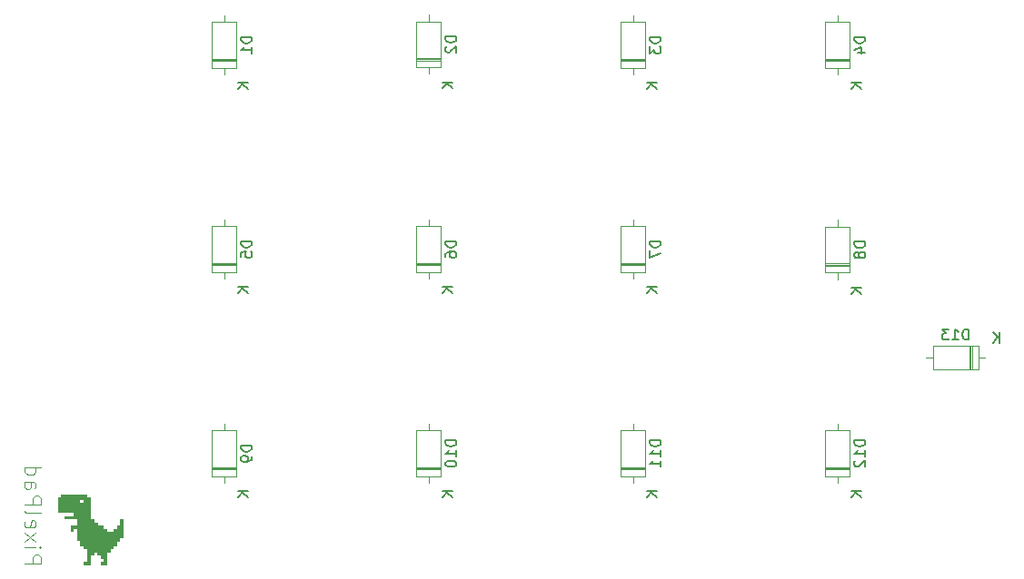
<source format=gbr>
%TF.GenerationSoftware,KiCad,Pcbnew,9.0.2*%
%TF.CreationDate,2025-05-30T01:47:42-07:00*%
%TF.ProjectId,pixelpad,70697865-6c70-4616-942e-6b696361645f,rev?*%
%TF.SameCoordinates,Original*%
%TF.FileFunction,Legend,Bot*%
%TF.FilePolarity,Positive*%
%FSLAX46Y46*%
G04 Gerber Fmt 4.6, Leading zero omitted, Abs format (unit mm)*
G04 Created by KiCad (PCBNEW 9.0.2) date 2025-05-30 01:47:42*
%MOMM*%
%LPD*%
G01*
G04 APERTURE LIST*
%ADD10C,0.100000*%
%ADD11C,0.150000*%
%ADD12C,0.120000*%
%ADD13C,0.000000*%
G04 APERTURE END LIST*
D10*
X86211355Y-80539500D02*
X87711355Y-80539500D01*
X87711355Y-80539500D02*
X87711355Y-79968071D01*
X87711355Y-79968071D02*
X87639926Y-79825214D01*
X87639926Y-79825214D02*
X87568498Y-79753785D01*
X87568498Y-79753785D02*
X87425641Y-79682357D01*
X87425641Y-79682357D02*
X87211355Y-79682357D01*
X87211355Y-79682357D02*
X87068498Y-79753785D01*
X87068498Y-79753785D02*
X86997069Y-79825214D01*
X86997069Y-79825214D02*
X86925641Y-79968071D01*
X86925641Y-79968071D02*
X86925641Y-80539500D01*
X86211355Y-79039500D02*
X87211355Y-79039500D01*
X87711355Y-79039500D02*
X87639926Y-79110928D01*
X87639926Y-79110928D02*
X87568498Y-79039500D01*
X87568498Y-79039500D02*
X87639926Y-78968071D01*
X87639926Y-78968071D02*
X87711355Y-79039500D01*
X87711355Y-79039500D02*
X87568498Y-79039500D01*
X86211355Y-78468071D02*
X87211355Y-77682357D01*
X87211355Y-78468071D02*
X86211355Y-77682357D01*
X86282784Y-76539499D02*
X86211355Y-76682356D01*
X86211355Y-76682356D02*
X86211355Y-76968071D01*
X86211355Y-76968071D02*
X86282784Y-77110928D01*
X86282784Y-77110928D02*
X86425641Y-77182356D01*
X86425641Y-77182356D02*
X86997069Y-77182356D01*
X86997069Y-77182356D02*
X87139926Y-77110928D01*
X87139926Y-77110928D02*
X87211355Y-76968071D01*
X87211355Y-76968071D02*
X87211355Y-76682356D01*
X87211355Y-76682356D02*
X87139926Y-76539499D01*
X87139926Y-76539499D02*
X86997069Y-76468071D01*
X86997069Y-76468071D02*
X86854212Y-76468071D01*
X86854212Y-76468071D02*
X86711355Y-77182356D01*
X86211355Y-75610928D02*
X86282784Y-75753785D01*
X86282784Y-75753785D02*
X86425641Y-75825214D01*
X86425641Y-75825214D02*
X87711355Y-75825214D01*
X86211355Y-75039500D02*
X87711355Y-75039500D01*
X87711355Y-75039500D02*
X87711355Y-74468071D01*
X87711355Y-74468071D02*
X87639926Y-74325214D01*
X87639926Y-74325214D02*
X87568498Y-74253785D01*
X87568498Y-74253785D02*
X87425641Y-74182357D01*
X87425641Y-74182357D02*
X87211355Y-74182357D01*
X87211355Y-74182357D02*
X87068498Y-74253785D01*
X87068498Y-74253785D02*
X86997069Y-74325214D01*
X86997069Y-74325214D02*
X86925641Y-74468071D01*
X86925641Y-74468071D02*
X86925641Y-75039500D01*
X86211355Y-72896643D02*
X86997069Y-72896643D01*
X86997069Y-72896643D02*
X87139926Y-72968071D01*
X87139926Y-72968071D02*
X87211355Y-73110928D01*
X87211355Y-73110928D02*
X87211355Y-73396643D01*
X87211355Y-73396643D02*
X87139926Y-73539500D01*
X86282784Y-72896643D02*
X86211355Y-73039500D01*
X86211355Y-73039500D02*
X86211355Y-73396643D01*
X86211355Y-73396643D02*
X86282784Y-73539500D01*
X86282784Y-73539500D02*
X86425641Y-73610928D01*
X86425641Y-73610928D02*
X86568498Y-73610928D01*
X86568498Y-73610928D02*
X86711355Y-73539500D01*
X86711355Y-73539500D02*
X86782784Y-73396643D01*
X86782784Y-73396643D02*
X86782784Y-73039500D01*
X86782784Y-73039500D02*
X86854212Y-72896643D01*
X86211355Y-71539500D02*
X87711355Y-71539500D01*
X86282784Y-71539500D02*
X86211355Y-71682357D01*
X86211355Y-71682357D02*
X86211355Y-71968071D01*
X86211355Y-71968071D02*
X86282784Y-72110928D01*
X86282784Y-72110928D02*
X86354212Y-72182357D01*
X86354212Y-72182357D02*
X86497069Y-72253785D01*
X86497069Y-72253785D02*
X86925641Y-72253785D01*
X86925641Y-72253785D02*
X87068498Y-72182357D01*
X87068498Y-72182357D02*
X87139926Y-72110928D01*
X87139926Y-72110928D02*
X87211355Y-71968071D01*
X87211355Y-71968071D02*
X87211355Y-71682357D01*
X87211355Y-71682357D02*
X87139926Y-71539500D01*
D11*
X107349731Y-31408753D02*
X106349731Y-31408753D01*
X106349731Y-31408753D02*
X106349731Y-31646848D01*
X106349731Y-31646848D02*
X106397350Y-31789705D01*
X106397350Y-31789705D02*
X106492588Y-31884943D01*
X106492588Y-31884943D02*
X106587826Y-31932562D01*
X106587826Y-31932562D02*
X106778302Y-31980181D01*
X106778302Y-31980181D02*
X106921159Y-31980181D01*
X106921159Y-31980181D02*
X107111635Y-31932562D01*
X107111635Y-31932562D02*
X107206873Y-31884943D01*
X107206873Y-31884943D02*
X107302112Y-31789705D01*
X107302112Y-31789705D02*
X107349731Y-31646848D01*
X107349731Y-31646848D02*
X107349731Y-31408753D01*
X107349731Y-32932562D02*
X107349731Y-32361134D01*
X107349731Y-32646848D02*
X106349731Y-32646848D01*
X106349731Y-32646848D02*
X106492588Y-32551610D01*
X106492588Y-32551610D02*
X106587826Y-32456372D01*
X106587826Y-32456372D02*
X106635445Y-32361134D01*
X107029731Y-35694943D02*
X106029731Y-35694943D01*
X107029731Y-36266371D02*
X106458302Y-35837800D01*
X106029731Y-36266371D02*
X106601159Y-35694943D01*
X174152421Y-59651955D02*
X174152421Y-58651955D01*
X174152421Y-58651955D02*
X173914326Y-58651955D01*
X173914326Y-58651955D02*
X173771469Y-58699574D01*
X173771469Y-58699574D02*
X173676231Y-58794812D01*
X173676231Y-58794812D02*
X173628612Y-58890050D01*
X173628612Y-58890050D02*
X173580993Y-59080526D01*
X173580993Y-59080526D02*
X173580993Y-59223383D01*
X173580993Y-59223383D02*
X173628612Y-59413859D01*
X173628612Y-59413859D02*
X173676231Y-59509097D01*
X173676231Y-59509097D02*
X173771469Y-59604336D01*
X173771469Y-59604336D02*
X173914326Y-59651955D01*
X173914326Y-59651955D02*
X174152421Y-59651955D01*
X172628612Y-59651955D02*
X173200040Y-59651955D01*
X172914326Y-59651955D02*
X172914326Y-58651955D01*
X172914326Y-58651955D02*
X173009564Y-58794812D01*
X173009564Y-58794812D02*
X173104802Y-58890050D01*
X173104802Y-58890050D02*
X173200040Y-58937669D01*
X172295278Y-58651955D02*
X171676231Y-58651955D01*
X171676231Y-58651955D02*
X172009564Y-59032907D01*
X172009564Y-59032907D02*
X171866707Y-59032907D01*
X171866707Y-59032907D02*
X171771469Y-59080526D01*
X171771469Y-59080526D02*
X171723850Y-59128145D01*
X171723850Y-59128145D02*
X171676231Y-59223383D01*
X171676231Y-59223383D02*
X171676231Y-59461478D01*
X171676231Y-59461478D02*
X171723850Y-59556716D01*
X171723850Y-59556716D02*
X171771469Y-59604336D01*
X171771469Y-59604336D02*
X171866707Y-59651955D01*
X171866707Y-59651955D02*
X172152421Y-59651955D01*
X172152421Y-59651955D02*
X172247659Y-59604336D01*
X172247659Y-59604336D02*
X172295278Y-59556716D01*
X177010040Y-59971955D02*
X177010040Y-58971955D01*
X176438612Y-59971955D02*
X176867183Y-59400526D01*
X176438612Y-58971955D02*
X177010040Y-59543383D01*
X126399715Y-69032530D02*
X125399715Y-69032530D01*
X125399715Y-69032530D02*
X125399715Y-69270625D01*
X125399715Y-69270625D02*
X125447334Y-69413482D01*
X125447334Y-69413482D02*
X125542572Y-69508720D01*
X125542572Y-69508720D02*
X125637810Y-69556339D01*
X125637810Y-69556339D02*
X125828286Y-69603958D01*
X125828286Y-69603958D02*
X125971143Y-69603958D01*
X125971143Y-69603958D02*
X126161619Y-69556339D01*
X126161619Y-69556339D02*
X126256857Y-69508720D01*
X126256857Y-69508720D02*
X126352096Y-69413482D01*
X126352096Y-69413482D02*
X126399715Y-69270625D01*
X126399715Y-69270625D02*
X126399715Y-69032530D01*
X126399715Y-70556339D02*
X126399715Y-69984911D01*
X126399715Y-70270625D02*
X125399715Y-70270625D01*
X125399715Y-70270625D02*
X125542572Y-70175387D01*
X125542572Y-70175387D02*
X125637810Y-70080149D01*
X125637810Y-70080149D02*
X125685429Y-69984911D01*
X125399715Y-71175387D02*
X125399715Y-71270625D01*
X125399715Y-71270625D02*
X125447334Y-71365863D01*
X125447334Y-71365863D02*
X125494953Y-71413482D01*
X125494953Y-71413482D02*
X125590191Y-71461101D01*
X125590191Y-71461101D02*
X125780667Y-71508720D01*
X125780667Y-71508720D02*
X126018762Y-71508720D01*
X126018762Y-71508720D02*
X126209238Y-71461101D01*
X126209238Y-71461101D02*
X126304476Y-71413482D01*
X126304476Y-71413482D02*
X126352096Y-71365863D01*
X126352096Y-71365863D02*
X126399715Y-71270625D01*
X126399715Y-71270625D02*
X126399715Y-71175387D01*
X126399715Y-71175387D02*
X126352096Y-71080149D01*
X126352096Y-71080149D02*
X126304476Y-71032530D01*
X126304476Y-71032530D02*
X126209238Y-70984911D01*
X126209238Y-70984911D02*
X126018762Y-70937292D01*
X126018762Y-70937292D02*
X125780667Y-70937292D01*
X125780667Y-70937292D02*
X125590191Y-70984911D01*
X125590191Y-70984911D02*
X125494953Y-71032530D01*
X125494953Y-71032530D02*
X125447334Y-71080149D01*
X125447334Y-71080149D02*
X125399715Y-71175387D01*
X126079715Y-73794911D02*
X125079715Y-73794911D01*
X126079715Y-74366339D02*
X125508286Y-73937768D01*
X125079715Y-74366339D02*
X125651143Y-73794911D01*
X164499683Y-31408753D02*
X163499683Y-31408753D01*
X163499683Y-31408753D02*
X163499683Y-31646848D01*
X163499683Y-31646848D02*
X163547302Y-31789705D01*
X163547302Y-31789705D02*
X163642540Y-31884943D01*
X163642540Y-31884943D02*
X163737778Y-31932562D01*
X163737778Y-31932562D02*
X163928254Y-31980181D01*
X163928254Y-31980181D02*
X164071111Y-31980181D01*
X164071111Y-31980181D02*
X164261587Y-31932562D01*
X164261587Y-31932562D02*
X164356825Y-31884943D01*
X164356825Y-31884943D02*
X164452064Y-31789705D01*
X164452064Y-31789705D02*
X164499683Y-31646848D01*
X164499683Y-31646848D02*
X164499683Y-31408753D01*
X163833016Y-32837324D02*
X164499683Y-32837324D01*
X163452064Y-32599229D02*
X164166349Y-32361134D01*
X164166349Y-32361134D02*
X164166349Y-32980181D01*
X164179683Y-35694943D02*
X163179683Y-35694943D01*
X164179683Y-36266371D02*
X163608254Y-35837800D01*
X163179683Y-36266371D02*
X163751111Y-35694943D01*
X107349731Y-50458737D02*
X106349731Y-50458737D01*
X106349731Y-50458737D02*
X106349731Y-50696832D01*
X106349731Y-50696832D02*
X106397350Y-50839689D01*
X106397350Y-50839689D02*
X106492588Y-50934927D01*
X106492588Y-50934927D02*
X106587826Y-50982546D01*
X106587826Y-50982546D02*
X106778302Y-51030165D01*
X106778302Y-51030165D02*
X106921159Y-51030165D01*
X106921159Y-51030165D02*
X107111635Y-50982546D01*
X107111635Y-50982546D02*
X107206873Y-50934927D01*
X107206873Y-50934927D02*
X107302112Y-50839689D01*
X107302112Y-50839689D02*
X107349731Y-50696832D01*
X107349731Y-50696832D02*
X107349731Y-50458737D01*
X106349731Y-51934927D02*
X106349731Y-51458737D01*
X106349731Y-51458737D02*
X106825921Y-51411118D01*
X106825921Y-51411118D02*
X106778302Y-51458737D01*
X106778302Y-51458737D02*
X106730683Y-51553975D01*
X106730683Y-51553975D02*
X106730683Y-51792070D01*
X106730683Y-51792070D02*
X106778302Y-51887308D01*
X106778302Y-51887308D02*
X106825921Y-51934927D01*
X106825921Y-51934927D02*
X106921159Y-51982546D01*
X106921159Y-51982546D02*
X107159254Y-51982546D01*
X107159254Y-51982546D02*
X107254492Y-51934927D01*
X107254492Y-51934927D02*
X107302112Y-51887308D01*
X107302112Y-51887308D02*
X107349731Y-51792070D01*
X107349731Y-51792070D02*
X107349731Y-51553975D01*
X107349731Y-51553975D02*
X107302112Y-51458737D01*
X107302112Y-51458737D02*
X107254492Y-51411118D01*
X107029731Y-54744927D02*
X106029731Y-54744927D01*
X107029731Y-55316355D02*
X106458302Y-54887784D01*
X106029731Y-55316355D02*
X106601159Y-54744927D01*
X145449699Y-69032530D02*
X144449699Y-69032530D01*
X144449699Y-69032530D02*
X144449699Y-69270625D01*
X144449699Y-69270625D02*
X144497318Y-69413482D01*
X144497318Y-69413482D02*
X144592556Y-69508720D01*
X144592556Y-69508720D02*
X144687794Y-69556339D01*
X144687794Y-69556339D02*
X144878270Y-69603958D01*
X144878270Y-69603958D02*
X145021127Y-69603958D01*
X145021127Y-69603958D02*
X145211603Y-69556339D01*
X145211603Y-69556339D02*
X145306841Y-69508720D01*
X145306841Y-69508720D02*
X145402080Y-69413482D01*
X145402080Y-69413482D02*
X145449699Y-69270625D01*
X145449699Y-69270625D02*
X145449699Y-69032530D01*
X145449699Y-70556339D02*
X145449699Y-69984911D01*
X145449699Y-70270625D02*
X144449699Y-70270625D01*
X144449699Y-70270625D02*
X144592556Y-70175387D01*
X144592556Y-70175387D02*
X144687794Y-70080149D01*
X144687794Y-70080149D02*
X144735413Y-69984911D01*
X145449699Y-71508720D02*
X145449699Y-70937292D01*
X145449699Y-71223006D02*
X144449699Y-71223006D01*
X144449699Y-71223006D02*
X144592556Y-71127768D01*
X144592556Y-71127768D02*
X144687794Y-71032530D01*
X144687794Y-71032530D02*
X144735413Y-70937292D01*
X145129699Y-73794911D02*
X144129699Y-73794911D01*
X145129699Y-74366339D02*
X144558270Y-73937768D01*
X144129699Y-74366339D02*
X144701127Y-73794911D01*
X164499683Y-69032530D02*
X163499683Y-69032530D01*
X163499683Y-69032530D02*
X163499683Y-69270625D01*
X163499683Y-69270625D02*
X163547302Y-69413482D01*
X163547302Y-69413482D02*
X163642540Y-69508720D01*
X163642540Y-69508720D02*
X163737778Y-69556339D01*
X163737778Y-69556339D02*
X163928254Y-69603958D01*
X163928254Y-69603958D02*
X164071111Y-69603958D01*
X164071111Y-69603958D02*
X164261587Y-69556339D01*
X164261587Y-69556339D02*
X164356825Y-69508720D01*
X164356825Y-69508720D02*
X164452064Y-69413482D01*
X164452064Y-69413482D02*
X164499683Y-69270625D01*
X164499683Y-69270625D02*
X164499683Y-69032530D01*
X164499683Y-70556339D02*
X164499683Y-69984911D01*
X164499683Y-70270625D02*
X163499683Y-70270625D01*
X163499683Y-70270625D02*
X163642540Y-70175387D01*
X163642540Y-70175387D02*
X163737778Y-70080149D01*
X163737778Y-70080149D02*
X163785397Y-69984911D01*
X163594921Y-70937292D02*
X163547302Y-70984911D01*
X163547302Y-70984911D02*
X163499683Y-71080149D01*
X163499683Y-71080149D02*
X163499683Y-71318244D01*
X163499683Y-71318244D02*
X163547302Y-71413482D01*
X163547302Y-71413482D02*
X163594921Y-71461101D01*
X163594921Y-71461101D02*
X163690159Y-71508720D01*
X163690159Y-71508720D02*
X163785397Y-71508720D01*
X163785397Y-71508720D02*
X163928254Y-71461101D01*
X163928254Y-71461101D02*
X164499683Y-70889673D01*
X164499683Y-70889673D02*
X164499683Y-71508720D01*
X164179683Y-73794911D02*
X163179683Y-73794911D01*
X164179683Y-74366339D02*
X163608254Y-73937768D01*
X163179683Y-74366339D02*
X163751111Y-73794911D01*
X164499683Y-50518265D02*
X163499683Y-50518265D01*
X163499683Y-50518265D02*
X163499683Y-50756360D01*
X163499683Y-50756360D02*
X163547302Y-50899217D01*
X163547302Y-50899217D02*
X163642540Y-50994455D01*
X163642540Y-50994455D02*
X163737778Y-51042074D01*
X163737778Y-51042074D02*
X163928254Y-51089693D01*
X163928254Y-51089693D02*
X164071111Y-51089693D01*
X164071111Y-51089693D02*
X164261587Y-51042074D01*
X164261587Y-51042074D02*
X164356825Y-50994455D01*
X164356825Y-50994455D02*
X164452064Y-50899217D01*
X164452064Y-50899217D02*
X164499683Y-50756360D01*
X164499683Y-50756360D02*
X164499683Y-50518265D01*
X163928254Y-51661122D02*
X163880635Y-51565884D01*
X163880635Y-51565884D02*
X163833016Y-51518265D01*
X163833016Y-51518265D02*
X163737778Y-51470646D01*
X163737778Y-51470646D02*
X163690159Y-51470646D01*
X163690159Y-51470646D02*
X163594921Y-51518265D01*
X163594921Y-51518265D02*
X163547302Y-51565884D01*
X163547302Y-51565884D02*
X163499683Y-51661122D01*
X163499683Y-51661122D02*
X163499683Y-51851598D01*
X163499683Y-51851598D02*
X163547302Y-51946836D01*
X163547302Y-51946836D02*
X163594921Y-51994455D01*
X163594921Y-51994455D02*
X163690159Y-52042074D01*
X163690159Y-52042074D02*
X163737778Y-52042074D01*
X163737778Y-52042074D02*
X163833016Y-51994455D01*
X163833016Y-51994455D02*
X163880635Y-51946836D01*
X163880635Y-51946836D02*
X163928254Y-51851598D01*
X163928254Y-51851598D02*
X163928254Y-51661122D01*
X163928254Y-51661122D02*
X163975873Y-51565884D01*
X163975873Y-51565884D02*
X164023492Y-51518265D01*
X164023492Y-51518265D02*
X164118730Y-51470646D01*
X164118730Y-51470646D02*
X164309206Y-51470646D01*
X164309206Y-51470646D02*
X164404444Y-51518265D01*
X164404444Y-51518265D02*
X164452064Y-51565884D01*
X164452064Y-51565884D02*
X164499683Y-51661122D01*
X164499683Y-51661122D02*
X164499683Y-51851598D01*
X164499683Y-51851598D02*
X164452064Y-51946836D01*
X164452064Y-51946836D02*
X164404444Y-51994455D01*
X164404444Y-51994455D02*
X164309206Y-52042074D01*
X164309206Y-52042074D02*
X164118730Y-52042074D01*
X164118730Y-52042074D02*
X164023492Y-51994455D01*
X164023492Y-51994455D02*
X163975873Y-51946836D01*
X163975873Y-51946836D02*
X163928254Y-51851598D01*
X164179683Y-54804455D02*
X163179683Y-54804455D01*
X164179683Y-55375883D02*
X163608254Y-54947312D01*
X163179683Y-55375883D02*
X163751111Y-54804455D01*
X107349731Y-69508721D02*
X106349731Y-69508721D01*
X106349731Y-69508721D02*
X106349731Y-69746816D01*
X106349731Y-69746816D02*
X106397350Y-69889673D01*
X106397350Y-69889673D02*
X106492588Y-69984911D01*
X106492588Y-69984911D02*
X106587826Y-70032530D01*
X106587826Y-70032530D02*
X106778302Y-70080149D01*
X106778302Y-70080149D02*
X106921159Y-70080149D01*
X106921159Y-70080149D02*
X107111635Y-70032530D01*
X107111635Y-70032530D02*
X107206873Y-69984911D01*
X107206873Y-69984911D02*
X107302112Y-69889673D01*
X107302112Y-69889673D02*
X107349731Y-69746816D01*
X107349731Y-69746816D02*
X107349731Y-69508721D01*
X107349731Y-70556340D02*
X107349731Y-70746816D01*
X107349731Y-70746816D02*
X107302112Y-70842054D01*
X107302112Y-70842054D02*
X107254492Y-70889673D01*
X107254492Y-70889673D02*
X107111635Y-70984911D01*
X107111635Y-70984911D02*
X106921159Y-71032530D01*
X106921159Y-71032530D02*
X106540207Y-71032530D01*
X106540207Y-71032530D02*
X106444969Y-70984911D01*
X106444969Y-70984911D02*
X106397350Y-70937292D01*
X106397350Y-70937292D02*
X106349731Y-70842054D01*
X106349731Y-70842054D02*
X106349731Y-70651578D01*
X106349731Y-70651578D02*
X106397350Y-70556340D01*
X106397350Y-70556340D02*
X106444969Y-70508721D01*
X106444969Y-70508721D02*
X106540207Y-70461102D01*
X106540207Y-70461102D02*
X106778302Y-70461102D01*
X106778302Y-70461102D02*
X106873540Y-70508721D01*
X106873540Y-70508721D02*
X106921159Y-70556340D01*
X106921159Y-70556340D02*
X106968778Y-70651578D01*
X106968778Y-70651578D02*
X106968778Y-70842054D01*
X106968778Y-70842054D02*
X106921159Y-70937292D01*
X106921159Y-70937292D02*
X106873540Y-70984911D01*
X106873540Y-70984911D02*
X106778302Y-71032530D01*
X107029731Y-73794911D02*
X106029731Y-73794911D01*
X107029731Y-74366339D02*
X106458302Y-73937768D01*
X106029731Y-74366339D02*
X106601159Y-73794911D01*
X145449699Y-31408753D02*
X144449699Y-31408753D01*
X144449699Y-31408753D02*
X144449699Y-31646848D01*
X144449699Y-31646848D02*
X144497318Y-31789705D01*
X144497318Y-31789705D02*
X144592556Y-31884943D01*
X144592556Y-31884943D02*
X144687794Y-31932562D01*
X144687794Y-31932562D02*
X144878270Y-31980181D01*
X144878270Y-31980181D02*
X145021127Y-31980181D01*
X145021127Y-31980181D02*
X145211603Y-31932562D01*
X145211603Y-31932562D02*
X145306841Y-31884943D01*
X145306841Y-31884943D02*
X145402080Y-31789705D01*
X145402080Y-31789705D02*
X145449699Y-31646848D01*
X145449699Y-31646848D02*
X145449699Y-31408753D01*
X144449699Y-32313515D02*
X144449699Y-32932562D01*
X144449699Y-32932562D02*
X144830651Y-32599229D01*
X144830651Y-32599229D02*
X144830651Y-32742086D01*
X144830651Y-32742086D02*
X144878270Y-32837324D01*
X144878270Y-32837324D02*
X144925889Y-32884943D01*
X144925889Y-32884943D02*
X145021127Y-32932562D01*
X145021127Y-32932562D02*
X145259222Y-32932562D01*
X145259222Y-32932562D02*
X145354460Y-32884943D01*
X145354460Y-32884943D02*
X145402080Y-32837324D01*
X145402080Y-32837324D02*
X145449699Y-32742086D01*
X145449699Y-32742086D02*
X145449699Y-32456372D01*
X145449699Y-32456372D02*
X145402080Y-32361134D01*
X145402080Y-32361134D02*
X145354460Y-32313515D01*
X145129699Y-35694943D02*
X144129699Y-35694943D01*
X145129699Y-36266371D02*
X144558270Y-35837800D01*
X144129699Y-36266371D02*
X144701127Y-35694943D01*
X126399715Y-31349249D02*
X125399715Y-31349249D01*
X125399715Y-31349249D02*
X125399715Y-31587344D01*
X125399715Y-31587344D02*
X125447334Y-31730201D01*
X125447334Y-31730201D02*
X125542572Y-31825439D01*
X125542572Y-31825439D02*
X125637810Y-31873058D01*
X125637810Y-31873058D02*
X125828286Y-31920677D01*
X125828286Y-31920677D02*
X125971143Y-31920677D01*
X125971143Y-31920677D02*
X126161619Y-31873058D01*
X126161619Y-31873058D02*
X126256857Y-31825439D01*
X126256857Y-31825439D02*
X126352096Y-31730201D01*
X126352096Y-31730201D02*
X126399715Y-31587344D01*
X126399715Y-31587344D02*
X126399715Y-31349249D01*
X125494953Y-32301630D02*
X125447334Y-32349249D01*
X125447334Y-32349249D02*
X125399715Y-32444487D01*
X125399715Y-32444487D02*
X125399715Y-32682582D01*
X125399715Y-32682582D02*
X125447334Y-32777820D01*
X125447334Y-32777820D02*
X125494953Y-32825439D01*
X125494953Y-32825439D02*
X125590191Y-32873058D01*
X125590191Y-32873058D02*
X125685429Y-32873058D01*
X125685429Y-32873058D02*
X125828286Y-32825439D01*
X125828286Y-32825439D02*
X126399715Y-32254011D01*
X126399715Y-32254011D02*
X126399715Y-32873058D01*
X126079715Y-35635439D02*
X125079715Y-35635439D01*
X126079715Y-36206867D02*
X125508286Y-35778296D01*
X125079715Y-36206867D02*
X125651143Y-35635439D01*
X145449699Y-50458737D02*
X144449699Y-50458737D01*
X144449699Y-50458737D02*
X144449699Y-50696832D01*
X144449699Y-50696832D02*
X144497318Y-50839689D01*
X144497318Y-50839689D02*
X144592556Y-50934927D01*
X144592556Y-50934927D02*
X144687794Y-50982546D01*
X144687794Y-50982546D02*
X144878270Y-51030165D01*
X144878270Y-51030165D02*
X145021127Y-51030165D01*
X145021127Y-51030165D02*
X145211603Y-50982546D01*
X145211603Y-50982546D02*
X145306841Y-50934927D01*
X145306841Y-50934927D02*
X145402080Y-50839689D01*
X145402080Y-50839689D02*
X145449699Y-50696832D01*
X145449699Y-50696832D02*
X145449699Y-50458737D01*
X144449699Y-51363499D02*
X144449699Y-52030165D01*
X144449699Y-52030165D02*
X145449699Y-51601594D01*
X145129699Y-54744927D02*
X144129699Y-54744927D01*
X145129699Y-55316355D02*
X144558270Y-54887784D01*
X144129699Y-55316355D02*
X144701127Y-54744927D01*
X126399715Y-50458737D02*
X125399715Y-50458737D01*
X125399715Y-50458737D02*
X125399715Y-50696832D01*
X125399715Y-50696832D02*
X125447334Y-50839689D01*
X125447334Y-50839689D02*
X125542572Y-50934927D01*
X125542572Y-50934927D02*
X125637810Y-50982546D01*
X125637810Y-50982546D02*
X125828286Y-51030165D01*
X125828286Y-51030165D02*
X125971143Y-51030165D01*
X125971143Y-51030165D02*
X126161619Y-50982546D01*
X126161619Y-50982546D02*
X126256857Y-50934927D01*
X126256857Y-50934927D02*
X126352096Y-50839689D01*
X126352096Y-50839689D02*
X126399715Y-50696832D01*
X126399715Y-50696832D02*
X126399715Y-50458737D01*
X125399715Y-51887308D02*
X125399715Y-51696832D01*
X125399715Y-51696832D02*
X125447334Y-51601594D01*
X125447334Y-51601594D02*
X125494953Y-51553975D01*
X125494953Y-51553975D02*
X125637810Y-51458737D01*
X125637810Y-51458737D02*
X125828286Y-51411118D01*
X125828286Y-51411118D02*
X126209238Y-51411118D01*
X126209238Y-51411118D02*
X126304476Y-51458737D01*
X126304476Y-51458737D02*
X126352096Y-51506356D01*
X126352096Y-51506356D02*
X126399715Y-51601594D01*
X126399715Y-51601594D02*
X126399715Y-51792070D01*
X126399715Y-51792070D02*
X126352096Y-51887308D01*
X126352096Y-51887308D02*
X126304476Y-51934927D01*
X126304476Y-51934927D02*
X126209238Y-51982546D01*
X126209238Y-51982546D02*
X125971143Y-51982546D01*
X125971143Y-51982546D02*
X125875905Y-51934927D01*
X125875905Y-51934927D02*
X125828286Y-51887308D01*
X125828286Y-51887308D02*
X125780667Y-51792070D01*
X125780667Y-51792070D02*
X125780667Y-51601594D01*
X125780667Y-51601594D02*
X125828286Y-51506356D01*
X125828286Y-51506356D02*
X125875905Y-51458737D01*
X125875905Y-51458737D02*
X125971143Y-51411118D01*
X126079715Y-54744927D02*
X125079715Y-54744927D01*
X126079715Y-55316355D02*
X125508286Y-54887784D01*
X125079715Y-55316355D02*
X125651143Y-54744927D01*
D12*
%TO.C,D1*%
X104774912Y-29376848D02*
X104774912Y-30026848D01*
X104774912Y-34916848D02*
X104774912Y-34266848D01*
X105894912Y-33426848D02*
X103654912Y-33426848D01*
X105894912Y-33546848D02*
X103654912Y-33546848D01*
X105894912Y-33666848D02*
X103654912Y-33666848D01*
X105894912Y-34266848D02*
X103654912Y-34266848D01*
X103654912Y-30026848D01*
X105894912Y-30026848D01*
X105894912Y-34266848D01*
%TO.C,D13*%
X170168136Y-61317136D02*
X170818136Y-61317136D01*
X174218136Y-60197136D02*
X174218136Y-62437136D01*
X174338136Y-60197136D02*
X174338136Y-62437136D01*
X174458136Y-60197136D02*
X174458136Y-62437136D01*
X175708136Y-61317136D02*
X175058136Y-61317136D01*
X175058136Y-60197136D02*
X170818136Y-60197136D01*
X170818136Y-62437136D01*
X175058136Y-62437136D01*
X175058136Y-60197136D01*
%TO.C,D10*%
X123824896Y-67476816D02*
X123824896Y-68126816D01*
X123824896Y-73016816D02*
X123824896Y-72366816D01*
X124944896Y-71526816D02*
X122704896Y-71526816D01*
X124944896Y-71646816D02*
X122704896Y-71646816D01*
X124944896Y-71766816D02*
X122704896Y-71766816D01*
X124944896Y-72366816D02*
X122704896Y-72366816D01*
X122704896Y-68126816D01*
X124944896Y-68126816D01*
X124944896Y-72366816D01*
%TO.C,D4*%
X161924864Y-29376848D02*
X161924864Y-30026848D01*
X161924864Y-34916848D02*
X161924864Y-34266848D01*
X163044864Y-33426848D02*
X160804864Y-33426848D01*
X163044864Y-33546848D02*
X160804864Y-33546848D01*
X163044864Y-33666848D02*
X160804864Y-33666848D01*
X163044864Y-34266848D02*
X160804864Y-34266848D01*
X160804864Y-30026848D01*
X163044864Y-30026848D01*
X163044864Y-34266848D01*
%TO.C,D5*%
X104774912Y-48426832D02*
X104774912Y-49076832D01*
X104774912Y-53966832D02*
X104774912Y-53316832D01*
X105894912Y-52476832D02*
X103654912Y-52476832D01*
X105894912Y-52596832D02*
X103654912Y-52596832D01*
X105894912Y-52716832D02*
X103654912Y-52716832D01*
X105894912Y-53316832D02*
X103654912Y-53316832D01*
X103654912Y-49076832D01*
X105894912Y-49076832D01*
X105894912Y-53316832D01*
%TO.C,D11*%
X142874880Y-67476816D02*
X142874880Y-68126816D01*
X142874880Y-73016816D02*
X142874880Y-72366816D01*
X143994880Y-71526816D02*
X141754880Y-71526816D01*
X143994880Y-71646816D02*
X141754880Y-71646816D01*
X143994880Y-71766816D02*
X141754880Y-71766816D01*
X143994880Y-72366816D02*
X141754880Y-72366816D01*
X141754880Y-68126816D01*
X143994880Y-68126816D01*
X143994880Y-72366816D01*
%TO.C,D12*%
X161924864Y-67476816D02*
X161924864Y-68126816D01*
X161924864Y-73016816D02*
X161924864Y-72366816D01*
X163044864Y-71526816D02*
X160804864Y-71526816D01*
X163044864Y-71646816D02*
X160804864Y-71646816D01*
X163044864Y-71766816D02*
X160804864Y-71766816D01*
X163044864Y-72366816D02*
X160804864Y-72366816D01*
X160804864Y-68126816D01*
X163044864Y-68126816D01*
X163044864Y-72366816D01*
%TO.C,D8*%
X161924864Y-48486360D02*
X161924864Y-49136360D01*
X161924864Y-54026360D02*
X161924864Y-53376360D01*
X163044864Y-52536360D02*
X160804864Y-52536360D01*
X163044864Y-52656360D02*
X160804864Y-52656360D01*
X163044864Y-52776360D02*
X160804864Y-52776360D01*
X163044864Y-53376360D02*
X160804864Y-53376360D01*
X160804864Y-49136360D01*
X163044864Y-49136360D01*
X163044864Y-53376360D01*
%TO.C,D9*%
X104774912Y-67476816D02*
X104774912Y-68126816D01*
X104774912Y-73016816D02*
X104774912Y-72366816D01*
X105894912Y-71526816D02*
X103654912Y-71526816D01*
X105894912Y-71646816D02*
X103654912Y-71646816D01*
X105894912Y-71766816D02*
X103654912Y-71766816D01*
X105894912Y-72366816D02*
X103654912Y-72366816D01*
X103654912Y-68126816D01*
X105894912Y-68126816D01*
X105894912Y-72366816D01*
D13*
%TO.C,G\u002A\u002A\u002A*%
G36*
X92367145Y-75389821D02*
G01*
X92367145Y-76390190D01*
X92523453Y-76390190D01*
X92679761Y-76390190D01*
X92679761Y-76538683D01*
X92679761Y-76687175D01*
X92875145Y-76687175D01*
X93070530Y-76687175D01*
X93070530Y-76835667D01*
X93070530Y-76984159D01*
X93320622Y-76984159D01*
X93570714Y-76984159D01*
X93570714Y-77140467D01*
X93570714Y-77296775D01*
X93719207Y-77296775D01*
X93867699Y-77296775D01*
X93867699Y-77445267D01*
X93867699Y-77593759D01*
X94172499Y-77593759D01*
X94477299Y-77593759D01*
X94477299Y-77445267D01*
X94477299Y-77296775D01*
X94625791Y-77296775D01*
X94774284Y-77296775D01*
X94774284Y-77140467D01*
X94774284Y-76984159D01*
X94922776Y-76984159D01*
X95071268Y-76984159D01*
X95071268Y-76687175D01*
X95071268Y-76390190D01*
X95219761Y-76390190D01*
X95368253Y-76390190D01*
X95368253Y-77288959D01*
X95368253Y-78187729D01*
X95219761Y-78187729D01*
X95071268Y-78187729D01*
X95071268Y-78336221D01*
X95071268Y-78484713D01*
X94922776Y-78484713D01*
X94774284Y-78484713D01*
X94774284Y-78687913D01*
X94774284Y-78891113D01*
X94625791Y-78891113D01*
X94477299Y-78891113D01*
X94477299Y-79039606D01*
X94477299Y-79188098D01*
X94328807Y-79188098D01*
X94180314Y-79188098D01*
X94180314Y-79336590D01*
X94180314Y-79485083D01*
X94024007Y-79485083D01*
X93867699Y-79485083D01*
X93867699Y-80086867D01*
X93867699Y-80688652D01*
X93570714Y-80688652D01*
X93273730Y-80688652D01*
X93273730Y-80540159D01*
X93273730Y-80391667D01*
X93422222Y-80391667D01*
X93570714Y-80391667D01*
X93570714Y-80243175D01*
X93570714Y-80094683D01*
X93422222Y-80094683D01*
X93273730Y-80094683D01*
X93273730Y-79946190D01*
X93273730Y-79797698D01*
X93125237Y-79797698D01*
X92976745Y-79797698D01*
X92976745Y-79641390D01*
X92976745Y-79485083D01*
X92828253Y-79485083D01*
X92679761Y-79485083D01*
X92679761Y-79641390D01*
X92679761Y-79797698D01*
X92523453Y-79797698D01*
X92367145Y-79797698D01*
X92367145Y-80243175D01*
X92367145Y-80688652D01*
X92023268Y-80688652D01*
X91679391Y-80688652D01*
X91679391Y-80540159D01*
X91679391Y-80391667D01*
X91827884Y-80391667D01*
X91976376Y-80391667D01*
X91976376Y-79789883D01*
X91976376Y-79188098D01*
X91827884Y-79188098D01*
X91679391Y-79188098D01*
X91679391Y-79039606D01*
X91679391Y-78891113D01*
X91523084Y-78891113D01*
X91366776Y-78891113D01*
X91366776Y-78641021D01*
X91366776Y-78390929D01*
X91218284Y-78390929D01*
X91069791Y-78390929D01*
X91069791Y-77843852D01*
X91069791Y-77296775D01*
X90921299Y-77296775D01*
X90772807Y-77296775D01*
X90772807Y-77445267D01*
X90772807Y-77593759D01*
X90624314Y-77593759D01*
X90475822Y-77593759D01*
X90475822Y-77288959D01*
X90475822Y-76984159D01*
X90772807Y-76984159D01*
X91069791Y-76984159D01*
X91069791Y-76687175D01*
X91069791Y-76390190D01*
X90468007Y-76390190D01*
X89866222Y-76390190D01*
X89866222Y-76241698D01*
X89866222Y-76093206D01*
X90319514Y-76093206D01*
X90772807Y-76093206D01*
X90772807Y-75944713D01*
X90772807Y-75796221D01*
X90022530Y-75796221D01*
X89272253Y-75796221D01*
X89272253Y-75092836D01*
X89272253Y-74592652D01*
X91366776Y-74592652D01*
X91366776Y-74741144D01*
X91366776Y-74889636D01*
X91523084Y-74889636D01*
X91679391Y-74889636D01*
X91679391Y-74741144D01*
X91679391Y-74592652D01*
X91523084Y-74592652D01*
X91366776Y-74592652D01*
X89272253Y-74592652D01*
X89272253Y-74389452D01*
X89420745Y-74389452D01*
X89569237Y-74389452D01*
X89569237Y-74240959D01*
X89569237Y-74092467D01*
X90772807Y-74092467D01*
X91976376Y-74092467D01*
X91976376Y-74240959D01*
X91976376Y-74389452D01*
X92171761Y-74389452D01*
X92367145Y-74389452D01*
X92367145Y-74741144D01*
X92367145Y-75389821D01*
G37*
D12*
%TO.C,D3*%
X142874880Y-29376848D02*
X142874880Y-30026848D01*
X142874880Y-34916848D02*
X142874880Y-34266848D01*
X143994880Y-33426848D02*
X141754880Y-33426848D01*
X143994880Y-33546848D02*
X141754880Y-33546848D01*
X143994880Y-33666848D02*
X141754880Y-33666848D01*
X143994880Y-34266848D02*
X141754880Y-34266848D01*
X141754880Y-30026848D01*
X143994880Y-30026848D01*
X143994880Y-34266848D01*
%TO.C,D2*%
X123824896Y-29317344D02*
X123824896Y-29967344D01*
X123824896Y-34857344D02*
X123824896Y-34207344D01*
X124944896Y-33367344D02*
X122704896Y-33367344D01*
X124944896Y-33487344D02*
X122704896Y-33487344D01*
X124944896Y-33607344D02*
X122704896Y-33607344D01*
X124944896Y-34207344D02*
X122704896Y-34207344D01*
X122704896Y-29967344D01*
X124944896Y-29967344D01*
X124944896Y-34207344D01*
%TO.C,D7*%
X142874880Y-48426832D02*
X142874880Y-49076832D01*
X142874880Y-53966832D02*
X142874880Y-53316832D01*
X143994880Y-52476832D02*
X141754880Y-52476832D01*
X143994880Y-52596832D02*
X141754880Y-52596832D01*
X143994880Y-52716832D02*
X141754880Y-52716832D01*
X143994880Y-53316832D02*
X141754880Y-53316832D01*
X141754880Y-49076832D01*
X143994880Y-49076832D01*
X143994880Y-53316832D01*
%TO.C,D6*%
X123824896Y-48426832D02*
X123824896Y-49076832D01*
X123824896Y-53966832D02*
X123824896Y-53316832D01*
X124944896Y-52476832D02*
X122704896Y-52476832D01*
X124944896Y-52596832D02*
X122704896Y-52596832D01*
X124944896Y-52716832D02*
X122704896Y-52716832D01*
X124944896Y-53316832D02*
X122704896Y-53316832D01*
X122704896Y-49076832D01*
X124944896Y-49076832D01*
X124944896Y-53316832D01*
%TD*%
M02*

</source>
